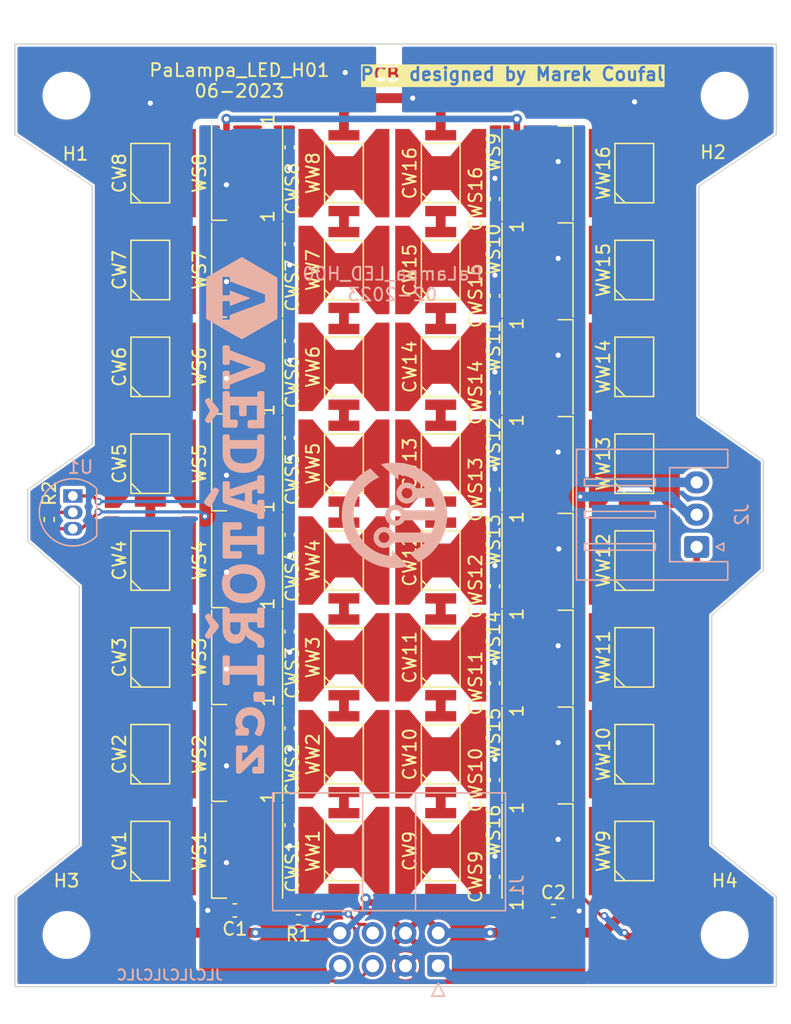
<source format=kicad_pcb>
(kicad_pcb (version 20221018) (generator pcbnew)
  (layers (0 "F.Cu" signal) (31 "B.Cu" signal) (34 "B.Paste" user) (35 "F.Paste" user) (36 "B.SilkS" user "B.Silkscreen") (37 "F.SilkS" user "F.Silkscreen") (38 "B.Mask" user) (39 "F.Mask" user) (44 "Edge.Cuts" user))
  (net 0 "")
  (net 1 "COLD_CATHODE")
  (net 2 "Net-(CW1-A)")
  (net 4 "Net-(CW2-A)")
  (net 6 "Net-(CW3-A)")
  (net 8 "Net-(CW4-A)")
  (net 10 "Net-(CW5-A)")
  (net 12 "Net-(CW6-A)")
  (net 14 "Net-(CW7-A)")
  (net 16 "COLD_ANODE")
  (net 18 "Net-(CW10-K)")
  (net 20 "Net-(CW10-A)")
  (net 22 "Net-(CW11-A)")
  (net 24 "Net-(CW12-A)")
  (net 26 "Net-(CW13-A)")
  (net 28 "Net-(CW14-A)")
  (net 30 "Net-(CW15-A)")
  (net 33 "+5V")
  (net 34 "GND")
  (net 35 "Net-(WS1-DIN)")
  (net 36 "WS_DATA")
  (net 37 "Net-(WS1-DOUT)")
  (net 38 "Net-(WS2-DOUT)")
  (net 39 "Net-(WS3-DOUT)")
  (net 40 "Net-(WS4-DOUT)")
  (net 41 "Net-(WS5-DOUT)")
  (net 42 "Net-(WS6-DOUT)")
  (net 43 "Net-(WS7-DOUT)")
  (net 44 "Net-(WS8-DOUT)")
  (net 45 "Net-(WS10-DIN)")
  (net 46 "Net-(WS10-DOUT)")
  (net 47 "Net-(WS11-DOUT)")
  (net 48 "Net-(WS12-DOUT)")
  (net 49 "Net-(WS13-DOUT)")
  (net 50 "Net-(WS14-DOUT)")
  (net 51 "Net-(WS15-DOUT)")
  (net 52 "WARM_CATHODE")
  (net 53 "Net-(J1-Pin_5)")
  (net 54 "Net-(WW1-A)")
  (net 56 "Net-(WW2-A)")
  (net 58 "Net-(WW3-A)")
  (net 60 "Net-(WW4-A)")
  (net 62 "Net-(WW5-A)")
  (net 64 "Net-(WW6-A)")
  (net 66 "Net-(WW7-A)")
  (net 67 "WARM_ANODE")
  (net 70 "Net-(WW10-K)")
  (net 72 "Net-(WW10-A)")
  (net 74 "Net-(WW11-A)")
  (net 76 "Net-(WW12-A)")
  (net 78 "Net-(WW13-A)")
  (net 80 "Net-(WW14-A)")
  (net 82 "Net-(WW15-A)")
  (net 85 "Net-(J2-Pin_1)")
  (footprint "MountingHole:MountingHole_3.2mm_M3" (layer "F.Cu") (at 4 4)
    (fp_text reference "H1")
    (fp_text value "MountingHole")
  )
  (footprint "LED_SMD:LED_WS2812B_PLCC4_5.0x5.0mm_P3.2mm" (layer "F.Cu") (at 40.5 10 90)
    (fp_text reference "WS9")
    (fp_text value "XL-5050RGBC-WS2812B")
  )
  (footprint "LED_SMD:LED_WS2812B_PLCC4_5.0x5.0mm_P3.2mm" (layer "F.Cu") (at 18 25 -90)
    (fp_text reference "WS6")
    (fp_text value "XL-5050RGBC-WS2812B")
  )
  (footprint "PaLampa_Library:HL-A-5730" (layer "F.Cu") (at 33 25 90)
    (fp_text reference "CW14")
    (fp_text value "HL-A-5730D1W-S1-08-HR3(LY)")
  )
  (footprint "PaLampa_Library:HL-A-5730" (layer "F.Cu") (at 10.5 32.5 90)
    (fp_text reference "CW5")
    (fp_text value "HL-A-5730D1W-S1-08-HR3(LY)")
  )
  (footprint "PaLampa_Library:HL-A-5730" (layer "F.Cu") (at 33 32.5 90)
    (fp_text reference "CW13")
    (fp_text value "HL-A-5730D1W-S1-08-HR3(LY)")
  )
  (footprint "PaLampa_Library:HL-A-5730" (layer "F.Cu") (at 48 55 90)
    (fp_text reference "WW10")
    (fp_text value "HL-A-5730D34W-S1-08-HR3(LY)")
  )
  (footprint "LED_SMD:LED_WS2812B_PLCC4_5.0x5.0mm_P3.2mm" (layer "F.Cu") (at 18 10 -90)
    (fp_text reference "WS8")
    (fp_text value "XL-5050RGBC-WS2812B")
  )
  (footprint "Capacitor_SMD:C_0402_1005Metric" (layer "F.Cu") (at 21.3 45.5 -90)
    (fp_text reference "CWS3")
    (fp_text value "100n")
  )
  (footprint "Capacitor_SMD:C_0402_1005Metric" (layer "F.Cu") (at 37.2 12 90)
    (fp_text reference "CWS16")
    (fp_text value "100n")
  )
  (footprint "LED_SMD:LED_WS2812B_PLCC4_5.0x5.0mm_P3.2mm" (layer "F.Cu") (at 18 47.5 -90)
    (fp_text reference "WS3")
    (fp_text value "XL-5050RGBC-WS2812B")
  )
  (footprint "MountingHole:MountingHole_3.2mm_M3" (layer "F.Cu") (at 55 69)
    (fp_text reference "H4")
    (fp_text value "MountingHole")
  )
  (footprint "PaLampa_Library:HL-A-5730" (layer "F.Cu") (at 33 17.5 90)
    (fp_text reference "CW15")
    (fp_text value "HL-A-5730D1W-S1-08-HR3(LY)")
  )
  (footprint "PaLampa_Library:HL-A-5730" (layer "F.Cu") (at 48 62.5 90)
    (fp_text reference "WW9")
    (fp_text value "HL-A-5730D34W-S1-08-HR3(LY)")
  )
  (footprint "LED_SMD:LED_WS2812B_PLCC4_5.0x5.0mm_P3.2mm" (layer "F.Cu") (at 40.5 47.5 90)
    (fp_text reference "WS14")
    (fp_text value "XL-5050RGBC-WS2812B")
  )
  (footprint "Capacitor_SMD:C_0402_1005Metric" (layer "F.Cu") (at 21.3 30.5 -90)
    (fp_text reference "CWS5")
    (fp_text value "100n")
  )
  (footprint "Resistor_SMD:R_0402_1005Metric" (layer "F.Cu") (at 21.971 67.818 180)
    (fp_text reference "R1")
    (fp_text value "470R")
  )
  (footprint "LED_SMD:LED_WS2812B_PLCC4_5.0x5.0mm_P3.2mm" (layer "F.Cu") (at 40.5 32.5 90)
    (fp_text reference "WS12")
    (fp_text value "XL-5050RGBC-WS2812B")
  )
  (footprint "LED_SMD:LED_WS2812B_PLCC4_5.0x5.0mm_P3.2mm" (layer "F.Cu") (at 40.5 25 90)
    (fp_text reference "WS11")
    (fp_text value "XL-5050RGBC-WS2812B")
  )
  (footprint "PaLampa_Library:HL-A-5730" (layer "F.Cu") (at 48 25 90)
    (fp_text reference "WW14")
    (fp_text value "HL-A-5730D34W-S1-08-HR3(LY)")
  )
  (footprint "PaLampa_Library:HL-A-5730" (layer "F.Cu") (at 25.5 10 90)
    (fp_text reference "WW8")
    (fp_text value "HL-A-5730D34W-S1-08-HR3(LY)")
  )
  (footprint "LED_SMD:LED_WS2812B_PLCC4_5.0x5.0mm_P3.2mm" (layer "F.Cu") (at 40.5 55 90)
    (fp_text reference "WS15")
    (fp_text value "XL-5050RGBC-WS2812B")
  )
  (footprint "PaLampa_Library:HL-A-5730" (layer "F.Cu") (at 33 10 90)
    (fp_text reference "CW16")
    (fp_text value "HL-A-5730D1W-S1-08-HR3(LY)")
  )
  (footprint "PaLampa_Library:HL-A-5730" (layer "F.Cu") (at 25.5 55 90)
    (fp_text reference "WW2")
    (fp_text value "HL-A-5730D34W-S1-08-HR3(LY)")
  )
  (footprint "Capacitor_SMD:C_0402_1005Metric" (layer "F.Cu") (at 21.3 15.5 -90)
    (fp_text reference "CWS7")
    (fp_text value "100n")
  )
  (footprint "LED_SMD:LED_WS2812B_PLCC4_5.0x5.0mm_P3.2mm" (layer "F.Cu") (at 18 40 -90)
    (fp_text reference "WS4")
    (fp_text value "XL-5050RGBC-WS2812B")
  )
  (footprint "LED_SMD:LED_WS2812B_PLCC4_5.0x5.0mm_P3.2mm" (layer "F.Cu") (at 18 55 -90)
    (fp_text reference "WS2")
    (fp_text value "XL-5050RGBC-WS2812B")
  )
  (footprint "Capacitor_SMD:C_0603_1608Metric" (layer "F.Cu") (at 17.05 67.1 180)
    (fp_text reference "C1")
    (fp_text value "10uF")
  )
  (footprint "LED_SMD:LED_WS2812B_PLCC4_5.0x5.0mm_P3.2mm" (layer "F.Cu") (at 40.5 17.5 90)
    (fp_text reference "WS10")
    (fp_text value "XL-5050RGBC-WS2812B")
  )
  (footprint "Capacitor_SMD:C_0402_1005Metric" (layer "F.Cu") (at 21.3 60.5 -90)
    (fp_text reference "CWS1")
    (fp_text value "100n")
  )
  (footprint "Capacitor_SMD:C_0402_1005Metric" (layer "F.Cu") (at 21.3 23 -90)
    (fp_text reference "CWS6")
    (fp_text value "100n")
  )
  (footprint "PaLampa_Library:HL-A-5730" (layer "F.Cu") (at 25.5 47.5 90)
    (fp_text reference "WW3")
    (fp_text value "HL-A-5730D34W-S1-08-HR3(LY)")
  )
  (footprint "Capacitor_SMD:C_0402_1005Metric" (layer "F.Cu") (at 37.2 27 90)
    (fp_text reference "CWS14")
    (fp_text value "100n")
  )
  (footprint "Capacitor_SMD:C_0402_1005Metric" (layer "F.Cu") (at 21.3 53 -90)
    (fp_text reference "CWS2")
    (fp_text value "100n")
  )
  (footprint "LED_SMD:LED_WS2812B_PLCC4_5.0x5.0mm_P3.2mm" (layer "F.Cu") (at 18 32.5 -90)
    (fp_text reference "WS5")
    (fp_text value "XL-5050RGBC-WS2812B")
  )
  (footprint "PaLampa_Library:HL-A-5730" (layer "F.Cu") (at 10.5 40 90)
    (fp_text reference "CW4")
    (fp_text value "HL-A-5730D1W-S1-08-HR3(LY)")
  )
  (footprint "PaLampa_Library:HL-A-5730" (layer "F.Cu") (at 33 55 90)
    (fp_text reference "CW10")
    (fp_text value "HL-A-5730D1W-S1-08-HR3(LY)")
  )
  (footprint "PaLampa_Library:HL-A-5730" (layer "F.Cu") (at 33 62.5 90)
    (fp_text reference "CW9")
    (fp_text value "HL-A-5730D1W-S1-08-HR3(LY)")
  )
  (footprint "Capacitor_SMD:C_0402_1005Metric" (layer "F.Cu") (at 37.2 57 90)
    (fp_text reference "CWS10")
    (fp_text value "100n")
  )
  (footprint "MountingHole:MountingHole_3.2mm_M3" (layer "F.Cu") (at 4 69)
    (fp_text reference "H3")
    (fp_text value "MountingHole")
  )
  (footprint "LED_SMD:LED_WS2812B_PLCC4_5.0x5.0mm_P3.2mm" (layer "F.Cu") (at 40.5 40 90)
    (fp_text reference "WS13")
    (fp_text value "XL-5050RGBC-WS2812B")
  )
  (footprint "PaLampa_Library:HL-A-5730" (layer "F.Cu") (at 10.5 47.5 90)
    (fp_text reference "CW3")
    (fp_text value "HL-A-5730D1W-S1-08-HR3(LY)")
  )
  (footprint "PaLampa_Library:HL-A-5730" (layer "F.Cu") (at 25.5 17.5 90)
    (fp_text reference "WW7")
    (fp_text value "HL-A-5730D34W-S1-08-HR3(LY)")
  )
  (footprint "LED_SMD:LED_WS2812B_PLCC4_5.0x5.0mm_P3.2mm" (layer "F.Cu") (at 18 17.5 -90)
    (fp_text reference "WS7")
    (fp_text value "XL-5050RGBC-WS2812B")
  )
  (footprint "PaLampa_Library:HL-A-5730" (layer "F.Cu") (at 10.5 25 90)
    (fp_text reference "CW6")
    (fp_text value "HL-A-5730D1W-S1-08-HR3(LY)")
  )
  (footprint "Capacitor_SMD:C_0402_1005Metric" (layer "F.Cu") (at 21.3 38 -90)
    (fp_text reference "CWS4")
    (fp_text value "100n")
  )
  (footprint "Capacitor_SMD:C_0402_1005Metric" (layer "F.Cu") (at 37.2 49.5 90)
    (fp_text reference "CWS11")
    (fp_text value "100n")
  )
  (footprint "PaLampa_Library:HL-A-5730" (layer "F.Cu") (at 48 40 90)
    (fp_text reference "WW12")
    (fp_text value "HL-A-5730D34W-S1-08-HR3(LY)")
  )
  (footprint "Capacitor_SMD:C_0402_1005Metric" (layer "F.Cu") (at 37.2 19.5 90)
    (fp_text reference "CWS15")
    (fp_text value "100n")
  )
  (footprint "Capacitor_SMD:C_0402_1005Metric" (layer "F.Cu") (at 37.2 42 90)
    (fp_text reference "CWS12")
    (fp_text value "100n")
  )
  (footprint "LED_SMD:LED_WS2812B_PLCC4_5.0x5.0mm_P3.2mm" (layer "F.Cu") (at 40.5 62.5 90)
    (fp_text reference "WS16")
    (fp_text value "XL-5050RGBC-WS2812B")
  )
  (footprint "Capacitor_SMD:C_0402_1005Metric" (layer "F.Cu") (at 21.3 8 -90)
    (fp_text reference "CWS8")
    (fp_text value "100n")
  )
  (footprint "Resistor_SMD:R_0402_1005Metric" (layer "F.Cu") (at 2.667 36.828 90)
    (fp_text reference "R2")
    (fp_text value "R")
  )
  (footprint "PaLampa_Library:HL-A-5730" (layer "F.Cu") (at 33 47.5 90)
    (fp_text reference "CW11")
    (fp_text value "HL-A-5730D1W-S1-08-HR3(LY)")
  )
  (footprint "PaLampa_Library:HL-A-5730" (layer "F.Cu") (at 25.5 40 90)
    (fp_text reference "WW4")
    (fp_text value "HL-A-5730D34W-S1-08-HR3(LY)")
  )
  (footprint "MountingHole:MountingHole_3.2mm_M3" (layer "F.Cu") (at 55 4)
    (fp_text reference "H2")
    (fp_text value "MountingHole")
  )
  (footprint "PaLampa_Library:HL-A-5730" (layer "F.Cu") (at 10.5 62.5 90)
    (fp_text reference "CW1")
    (fp_text value "HL-A-5730D1W-S1-08-HR3(LY)")
  )
  (footprint "Capacitor_SMD:C_0402_1005Metric" (layer "F.Cu") (at 37.2 34.5 90)
    (fp_text reference "CWS13")
    (fp_text value "100n")
  )
  (footprint "Capacitor_SMD:C_0402_1005Metric" (layer "F.Cu") (at 37.2 64.5 90)
    (fp_text reference "CWS9")
    (fp_text value "100n")
  )
  (footprint "PaLampa_Library:HL-A-5730" (layer "F.Cu") (at 25.5 32.5 90)
    (fp_text reference "WW5")
    (fp_text value "HL-A-5730D34W-S1-08-HR3(LY)")
  )
  (footprint "LED_SMD:LED_WS2812B_PLCC4_5.0x5.0mm_P3.2mm" (layer "F.Cu") (at 18 62.5 -90)
    (fp_text reference "WS1")
    (fp_text value "XL-5050RGBC-WS2812B")
  )
  (footprint "PaLampa_Library:HL-A-5730" (layer "F.Cu") (at 48 17.5 90)
    (fp_text reference "WW15")
    (fp_text value "HL-A-5730D34W-S1-08-HR3(LY)")
  )
  (footprint "PaLampa_Library:HL-A-5730" (layer "F.Cu") (at 33 40 90)
    (fp_text reference "CW12")
    (fp_text value "HL-A-5730D1W-S1-08-HR3(LY)")
  )
  (footprint "PaLampa_Library:HL-A-5730" (layer "F.Cu") (at 48 10 90)
    (fp_text reference "WW16")
    (fp_text value "HL-A-5730D34W-S1-08-HR3(LY)")
  )
  (footprint "PaLampa_Library:HL-A-5730" (layer "F.Cu") (at 48 32.5 90)
    (fp_text reference "WW13")
    (fp_text value "HL-A-5730D34W-S1-08-HR3(LY)")
  )
  (footprint "PaLampa_Library:HL-A-5730" (layer "F.Cu") (at 10.5 17.5 90)
    (fp_text reference "CW7")
    (fp_text value "HL-A-5730D1W-S1-08-HR3(LY)")
  )
  (footprint "PaLampa_Library:HL-A-5730" (layer "F.Cu") (at 25.5 25 90)
    (fp_text reference "WW6")
    (fp_text value "HL-A-5730D34W-S1-08-HR3(LY)")
  )
  (footprint "PaLampa_Library:HL-A-5730" (layer "F.Cu") (at 10.5 55 90)
    (fp_text reference "CW2")
    (fp_text value "HL-A-5730D1W-S1-08-HR3(LY)")
  )
  (footprint "PaLampa_Library:HL-A-5730" (layer "F.Cu") (at 25.5 62.5 90)
    (fp_text reference "WW1")
    (fp_text value "HL-A-5730D34W-S1-08-HR3(LY)")
  )
  (footprint "Capacitor_SMD:C_0603_1608Metric" (layer "F.Cu") (at 41.73 67.14)
    (fp_text reference "C2")
    (fp_text value "10uF")
  )
  (footprint "PaLampa_Library:HL-A-5730" (layer "F.Cu") (at 10.5 10 90)
    (fp_text reference "CW8")
    (fp_text value "HL-A-5730D1W-S1-08-HR3(LY)")
  )
  (footprint "PaLampa_Library:HL-A-5730" (layer "F.Cu") (at 48 47.5 90)
    (fp_text reference "WW11")
    (fp_text value "HL-A-5730D34W-S1-08-HR3(LY)")
  )
  (footprint "Package_TO_SOT_THT:TO-92_Inline" (layer "B.Cu") (at 4.5 35 -90)
    (fp_text reference "U1")
    (fp_text value "DS18B20")
  )
  (footprint "Connector_JST:JST_XH_S3B-XH-A_1x03_P2.50mm_Horizontal" (layer "B.Cu") (at 52.832 38.949 90)
    (fp_text reference "J2")
    (fp_text value "Conn_01x03")
  )
  (footprint "PaLampa_Library:Coufal_elektronika_notext_10mm" (layer "B.Cu") (at 29.5 36.5 -90)
    (fp_text reference "G1" hide)
    (fp_text value "CoufalElektronika_logo" hide)
  )
  (footprint "PaLampa_Library:VedatoriNew_40x5,7mm" (layer "B.Cu") (at 17.5 36.5 -90)
    (fp_text reference "G2" hide)
    (fp_text value "Vedatori_logo" hide)
  )
  (footprint "Connector_IDC:IDC-Header_2x04_P2.54mm_Horizontal" (layer "B.Cu") (at 32.81 71.39 90)
    (fp_text reference "J1")
    (fp_text value "Conn_02x04_Odd_Even")
  )
  (gr_line (start 5 42) (end 1 38.5) (stroke (width 0.1)) (layer "Edge.Cuts"))
  (gr_line (start 0 66) (end 5 62) (stroke (width 0.1)) (layer "Edge.Cuts"))
  (gr_line (start 58 40.75) (end 58 36.5) (stroke (width 0.1)) (layer "Edge.Cuts"))
  (gr_line (start 59 73) (end 59 66) (stroke (width 0.1)) (layer "Edge.Cuts"))
  (gr_line (start 6 31) (end 1 34.5) (stroke (width 0.1)) (layer "Edge.Cuts"))
  (gr_line (start 1 38.5) (end 1 36.5) (stroke (width 0.1)) (layer "Edge.Cuts"))
  (gr_line (start 1 34.5) (end 1 36.5) (stroke (width 0.1)) (layer "Edge.Cuts"))
  (gr_line (start 59 0) (end 59 7) (stroke (width 0.1)) (layer "Edge.Cuts"))
  (gr_line (start 54 44.25) (end 58 40.75) (stroke (width 0.1)) (layer "Edge.Cuts"))
  (gr_line (start 59 66) (end 54 62) (stroke (width 0.1)) (layer "Edge.Cuts"))
  (gr_line (start 0 0) (end 0 7) (stroke (width 0.1)) (layer "Edge.Cuts"))
  (gr_line (start 58 32.25) (end 58 36.5) (stroke (width 0.1)) (layer "Edge.Cuts"))
  (gr_line (start 59 73) (end 0 73) (stroke (width 0.1)) (layer "Edge.Cuts"))
  (gr_line (start 6 11) (end 6 31) (stroke (width 0.1)) (layer "Edge.Cuts"))
  (gr_line (start 53 11) (end 53 28.75) (stroke (width 0.1)) (layer "Edge.Cuts"))
  (gr_line (start 53 28.75) (end 58 32.25) (stroke (width 0.1)) (layer "Edge.Cuts"))
  (gr_line (start 0 7) (end 6 11) (stroke (width 0.1)) (layer "Edge.Cuts"))
  (gr_line (start 5 62) (end 5 42) (stroke (width 0.1)) (layer "Edge.Cuts"))
  (gr_line (start 0 73) (end 0 66) (stroke (width 0.1)) (layer "Edge.Cuts"))
  (gr_line (start 59 7) (end 53 11) (stroke (width 0.1)) (layer "Edge.Cuts"))
  (gr_line (start 54 62) (end 54 44.25) (stroke (width 0.1)) (layer "Edge.Cuts"))
  (gr_line (start 0 0) (end 59 0) (stroke (width 0.1)) (layer "Edge.Cuts"))
  (gr_text "JLCJLCJLCJLC" (at 12 72.1) (layer "B.SilkS") (effects (font (size 0.8 0.8)) (justify mirror)))
  (gr_text "PaLampa_LED_H00\n02-2023" (at 29.26 18.6) (layer "B.SilkS") (effects (font (size 1 1)) (justify mirror)))
  (gr_text "PCB designed by Marek Coufal" (at 26.67 2.921) (layer "F.SilkS" knockout) (effects (font (size 1 1) (thickness 0.2) bold) (justify left bottom)))
  (gr_text "PaLampa_LED_H01\n06-2023" (at 17.4 2.83) (layer "F.SilkS") (effects (font (size 1 1))))
  (segment (start 10.5 67.73) (end 10.5 65.435) (width 0.762) (layer "F.Cu") (net 1))
  (segment (start 32.505 65.435) (end 33 65.435) (width 0.508) (layer "F.Cu") (net 1))
  (segment (start 27.500056 66.49) (end 31.45 66.49) (width 0.508) (layer "F.Cu") (net 1))
  (segment (start 18.64 68.83) (end 11.64 68.83) (width 0.762) (layer "F.Cu") (net 1))
  (segment (start 31.45 66.49) (end 32.505 65.435) (width 0.508) (layer "F.Cu") (net 1))
  (segment (start 27.190189 66.180133) (end 27.500056 66.49) (width 0.508) (layer "F.Cu") (net 1))
  (segment (start 11.62 68.85) (end 10.5 67.73) (width 0.762) (layer "F.Cu") (net 1))
  (segment (start 11.64 68.83) (end 11.62 68.85) (width 0.762) (layer "F.Cu") (net 1))
  (via (at 18.64 68.83) (size 0.8) (drill 0.4) (layers "F.Cu" "B.Cu") (net 1))
  (via (at 27.190189 66.180133) (size 0.8) (drill 0.4) (layers "F.Cu" "B.Cu") (net 1))
  (segment (start 18.64 68.83) (end 20.16 68.85) (width 0.762) (layer "B.Cu") (net 1))
  (segment (start 20.16 68.85) (end 25.19 68.85) (width 0.762) (layer "B.Cu") (net 1))
  (segment (start 27.190189 67.089811) (end 25.43 68.85) (width 0.508) (layer "B.Cu") (net 1))
  (segment (start 27.190189 66.180133) (end 27.190189 67.089811) (width 0.508) (layer "B.Cu") (net 1))
  (segment (start 10.5 59.565) (end 10.5 57.935) (width 0.762) (layer "F.Cu") (net 2))
  (segment (start 10.5 52.065) (end 10.5 50.435) (width 0.762) (layer "F.Cu") (net 4))
  (segment (start 10.5 44.565) (end 10.5 42.935) (width 0.762) (layer "F.Cu") (net 6))
  (segment (start 10.5 37.065) (end 10.5 35.435) (width 0.762) (layer "F.Cu") (net 8))
  (segment (start 10.5 29.565) (end 10.5 27.935) (width 0.762) (layer "F.Cu") (net 10))
  (segment (start 10.5 22.065) (end 10.5 20.435) (width 0.762) (layer "F.Cu") (net 12))
  (segment (start 10.5 14.565) (end 10.5 12.935) (width 0.762) (layer "F.Cu") (net 14))
  (segment (start 33 4.6) (end 33.02 4.58) (width 0.762) (layer "F.Cu") (net 16))
  (segment (start 33.02 4.58) (end 30.65 2.21) (width 0.762) (layer "F.Cu") (net 16))
  (segment (start 10.5 7.065) (end 10.5 5.2) (width 0.762) (layer "F.Cu") (net 16))
  (segment (start 30.65 2.21) (end 25.6 2.21) (width 0.762) (layer "F.Cu") (net 16))
  (segment (start 10.5 5.2) (end 10.5 4.58) (width 0.762) (layer "F.Cu") (net 16))
  (segment (start 33 7.065) (end 33 5.15) (width 0.762) (layer "F.Cu") (net 16))
  (segment (start 33 5.15) (end 33 4.6) (width 0.762) (layer "F.Cu") (net 16))
  (via (at 25.6 2.21) (size 0.8) (drill 0.4) (layers "F.Cu" "B.Cu") (net 16))
  (via (at 10.5 4.58) (size 0.8) (drill 0.4) (layers "F.Cu" "B.Cu") (net 16))
  (segment (start 25.19 71.39) (end 24.42 72.16) (width 0.762) (layer "B.Cu") (net 16))
  (segment (start 24.42 72.16) (end 13.4 72.16) (width 0.762) (layer "B.Cu") (net 16))
  (segment (start 33 57.935) (end 33 59.565) (width 0.762) (layer "F.Cu") (net 18))
  (segment (start 33 50.435) (end 33 52.065) (width 0.762) (layer "F.Cu") (net 20))
  (segment (start 33 44.565) (end 33 42.935) (width 0.762) (layer "F.Cu") (net 22))
  (segment (start 33 35.435) (end 33 37.065) (width 0.762) (layer "F.Cu") (net 24))
  (segment (start 33 27.935) (end 33 29.565) (width 0.762) (layer "F.Cu") (net 26))
  (segment (start 33 20.435) (end 33 22.065) (width 0.762) (layer "F.Cu") (net 28))
  (segment (start 33 12.935) (end 33 14.565) (width 0.762) (layer "F.Cu") (net 30))
  (segment (start 4.5 37.54) (end 5.169575 37.54) (width 0.25) (layer "F.Cu") (net 33))
  (segment (start 5.169575 37.54) (end 6.477074 36.232501) (width 0.25) (layer "F.Cu") (net 33))
  (segment (start 2.869 37.54) (end 2.667 37.338) (width 0.25) (layer "F.Cu") (net 33))
  (segment (start 4.5 37.54) (end 2.869 37.54) (width 0.25) (layer "F.Cu") (net 33))
  (via (at 6.477074 36.232501) (size 0.6) (drill 0.3) (layers "F.Cu" "B.Cu") (net 33))
  (via (at 43.815 35.052) (size 0.6) (drill 0.3) (layers "F.Cu" "B.Cu") (net 33))
  (via (at 14.732 36.576) (size 0.6) (drill 0.3) (layers "F.Cu" "B.Cu") (net 33))
  (segment (start 50.8 35.052) (end 43.815 35.052) (width 0.762) (layer "B.Cu") (net 33))
  (segment (start 14.388501 36.232501) (end 14.732 36.576) (width 0.25) (layer "B.Cu") (net 33))
  (segment (start 52.832 36.449) (end 52.197 36.449) (width 0.762) (layer "B.Cu") (net 33))
  (segment (start 6.477074 36.232501) (end 14.388501 36.232501) (width 0.25) (layer "B.Cu") (net 33))
  (segment (start 52.197 36.449) (end 50.8 35.052) (width 0.762) (layer "B.Cu") (net 33))
  (segment (start 21.3 15.98) (end 21.3 17.1) (width 0.508) (layer "F.Cu") (net 34))
  (segment (start 42.505 67.14) (end 43.73 67.14) (width 0.762) (layer "F.Cu") (net 34))
  (segment (start 21.3 60.98) (end 21.3 62.1) (width 0.508) (layer "F.Cu") (net 34))
  (segment (start 16.4 49.95) (end 16.4 48.4) (width 0.508) (layer "F.Cu") (net 34))
  (segment (start 6.0425 35) (end 6.4755 35.433) (width 0.25) (layer "F.Cu") (net 34))
  (segment (start 21.3 30.98) (end 21.3 32.1) (width 0.508) (layer "F.Cu") (net 34))
  (segment (start 21.3 53.48) (end 21.3 54.6) (width 0.508) (layer "F.Cu") (net 34))
  (segment (start 16.4 64.95) (end 16.4 63.4) (width 0.508) (layer "F.Cu") (net 34))
  (segment (start 37.2 34.02) (end 37.2 32.9) (width 0.508) (layer "F.Cu") (net 34))
  (segment (start 16.4 57.45) (end 16.4 55.9) (width 0.508) (layer "F.Cu") (net 34))
  (segment (start 37.2 49.02) (end 37.2 47.9) (width 0.508) (layer "F.Cu") (net 34))
  (segment (start 42.1 45.05) (end 42.1 46.6) (width 0.508) (layer "F.Cu") (net 34))
  (segment (start 37.2 56.52) (end 37.2 55.4) (width 0.508) (layer "F.Cu") (net 34))
  (segment (start 42.1 22.55) (end 42.1 24.1) (width 0.508) (layer "F.Cu") (net 34))
  (segment (start 37.2 19.02) (end 37.2 17.9) (width 0.508) (layer "F.Cu") (net 34))
  (segment (start 21.3 8.48) (end 21.3 9.6) (width 0.508) (layer "F.Cu") (net 34))
  (segment (start 4.5 35) (end 6.0425 35) (width 0.25) (layer "F.Cu") (net 34))
  (segment (start 37.2 41.52) (end 37.2 40.4) (width 0.508) (layer "F.Cu") (net 34))
  (segment (start 37.2 26.52) (end 37.2 25.4) (width 0.508) (layer "F.Cu") (net 34))
  (segment (start 37.2 64.02) (end 37.2 62.9) (width 0.508) (layer "F.Cu") (net 34))
  (segment (start 42.1 60.05) (end 42.1 61.6) (width 0.508) (layer "F.Cu") (net 34))
  (segment (start 42.1 52.55) (end 42.1 54.1) (width 0.508) (layer "F.Cu") (net 34))
  (segment (start 42.1 15.05) (end 42.1 16.6) (width 0.508) (layer "F.Cu") (net 34))
  (segment (start 21.3 38.48) (end 21.3 39.6) (width 0.508) (layer "F.Cu") (net 34))
  (segment (start 21.3 23.48) (end 21.3 24.5) (width 0.508) (layer "F.Cu") (net 34))
  (segment (start 16.275 67.1) (end 14.95 67.1) (width 0.762) (layer "F.Cu") (net 34))
  (segment (start 16.4 12.45) (end 16.4 10.9) (width 0.508) (layer "F.Cu") (net 34))
  (segment (start 21.3 45.98) (end 21.3 47.1) (width 0.508) (layer "F.Cu") (net 34))
  (segment (start 16.4 27.45) (end 16.4 25.9) (width 0.508) (layer "F.Cu") (net 34))
  (segment (start 42.1 37.55) (end 42.1 39.05) (width 0.508) (layer "F.Cu") (net 34))
  (segment (start 42.1 30.05) (end 42.1 31.6) (width 0.508) (layer "F.Cu") (net 34))
  (segment (start 16.4 19.95) (end 16.4 18.4) (width 0.508) (layer "F.Cu") (net 34))
  (segment (start 37.2 11.52) (end 37.2 10.4) (width 0.508) (layer "F.Cu") (net 34))
  (segment (start 16.4 34.95) (end 16.4 33.4) (width 0.508) (layer "F.Cu") (net 34))
  (segment (start 42.1 39.05) (end 42.15 39.1) (width 0.508) (layer "F.Cu") (net 34))
  (segment (start 16.4 42.45) (end 16.4 40.9) (width 0.508) (layer "F.Cu") (net 34))
  (segment (start 42.1 7.55) (end 42.1 9.1) (width 0.508) (layer "F.Cu") (net 34))
  (via (at 21.3 32.1) (size 0.8) (drill 0.4) (layers "F.Cu" "B.Cu") (net 34))
  (via (at 37.2 55.4) (size 0.8) (drill 0.4) (layers "F.Cu" "B.Cu") (net 34))
  (via (at 37.2 10.4) (size 0.8) (drill 0.4) (layers "F.Cu" "B.Cu") (net 34))
  (via (at 6.4755 35.433) (size 0.6) (drill 0.3) (layers "F.Cu" "B.Cu") (net 34))
  (via (at 42.1 16.6) (size 0.8) (drill 0.4) (layers "F.Cu" "B.Cu") (net 34))
  (via (at 37.2 47.9) (size 0.8) (drill 0.4) (layers "F.Cu" "B.Cu") (net 34))
  (via (at 21.3 47.1) (size 0.8) (drill 0.4) (layers "F.Cu" "B.Cu") (net 34))
  (via (at 42.1 9.1) (size 0.8) (drill 0.4) (layers "F.Cu" "B.Cu") (net 34))
  (via (at 16.4 25.9) (size 0.8) (drill 0.4) (layers "F.Cu" "B.Cu") (net 34))
  (via (at 37.2 40.4) (size 0.8) (drill 0.4) (layers "F.Cu" "B.Cu") (net 34))
  (via (at 42.1 54.1) (size 0.8) (drill 0.4) (layers "F.Cu" "B.Cu") (net 34))
  (via (at 37.2 62.9) (size 0.8) (drill 0.4) (layers "F.Cu" "B.Cu") (net 34))
  (via (at 16.4 55.9) (size 0.8) (drill 0.4) (layers "F.Cu" "B.Cu") (net 34))
  (via (at 42.1 31.6) (size 0.8) (drill 0.4) (layers "F.Cu" "B.Cu") (net 34))
  (via (at 37.2 17.9) (size 0.8) (drill 0.4) (layers "F.Cu" "B.Cu") (net 34))
  (via (at 16.4 48.4) (size 0.8) (drill 0.4) (layers "F.Cu" "B.Cu") (net 34))
  (via (at 21.3 62.1) (size 0.8) (drill 0.4) (layers "F.Cu" "B.Cu") (net 34))
  (via (at 16.4 63.4) (size 0.8) (drill 0.4) (layers "F.Cu" "B.Cu") (net 34))
  (via (at 16.4 10.9) (size 0.8) (drill 0.4) (layers "F.Cu" "B.Cu") (net 34))
  (via (at 37.2 25.4) (size 0.8) (drill 0.4) (layers "F.Cu" "B.Cu") (net 34))
  (via (at 21.3 17.1) (size 0.8) (drill 0.4) (layers "F.Cu" "B.Cu") (net 34))
  (via (at 16.4 18.4) (size 0.8) (drill 0.4) (layers "F.Cu" "B.Cu") (net 34))
  (via (at 42.1 61.6) (size 0.8) (drill 0.4) (layers "F.Cu" "B.Cu") (net 34))
  (via (at 16.4 33.4) (size 0.8) (drill 0.4) (layers "F.Cu" "B.Cu") (net 34))
  (via (at 42.15 39.1) (size 0.8) (drill 0.4) (layers "F.Cu" "B.Cu") (net 34))
  (via (at 42.1 46.6) (size 0.8) (drill 0.4) (layers "F.Cu" "B.Cu") (net 34))
  (via (at 42.1 24.1) (size 0.8) (drill 0.4) (layers "F.Cu" "B.Cu") (net 34))
  (via (at 37.2 32.9) (size 0.8) (drill 0.4) (layers "F.Cu" "B.Cu") (net 34))
  (via (at 21.3 39.6) (size 0.8) (drill 0.4) (layers "F.Cu" "B.Cu") (net 34))
  (via (at 14.95 67.1) (size 0.8) (drill 0.4) (layers "F.Cu" "B.Cu") (net 34))
  (via (at 21.3 9.6) (size 0.8) (drill 0.4) (layers "F.Cu" "B.Cu") (net 34))
  (via (at 21.3 54.6) (size 0.8) (drill 0.4) (layers "F.Cu" "B.Cu") (net 34))
  (via (at 43.73 67.14) (size 0.8) (drill 0.4) (layers "F.Cu" "B.Cu") (net 34))
  (via (at 16.4 40.9) (size 0.8) (drill 0.4) (layers "F.Cu" "B.Cu") (net 34))
  (via (at 21.3 24.5) (size 0.8) (drill 0.4) (layers "F.Cu" "B.Cu") (net 34))
  (segment (start 43.902 33.949) (end 43.902 33.869) (width 0.762) (layer "B.Cu") (net 34))
  (segment (start 43.902 33.869) (end 43.561 33.528) (width 0.762) (layer "B.Cu") (net 34))
  (segment (start 52.832 33.949) (end 43.902 33.949) (width 0.762) (layer "B.Cu") (net 34))
  (segment (start 6.4755 35.433) (end 14.732 35.433) (width 0.25) (layer "B.Cu") (net 34))
  (segment (start 21.336 67.818) (end 19.6 66.082) (width 0.254) (layer "F.Cu") (net 35))
  (segment (start 21.461 67.818) (end 21.336 67.818) (width 0.254) (layer "F.Cu") (net 35))
  (segment (start 19.6 66.082) (end 19.6 64.95) (width 0.254) (layer "F.Cu") (net 35))
  (segment (start 27.15916 68.18645) (end 27.15916 68.27916) (width 0.254) (layer "F.Cu") (net 36))
  (segment (start 26.65745 68.18645) (end 25.842694 67.371694) (width 0.254) (layer "F.Cu") (net 36))
  (segment (start 22.481 67.818) (end 23.241 67.818) (width 0.254) (layer "F.Cu") (net 36))
  (segment (start 27.15916 68.27916) (end 27.73 68.85) (width 0.254) (layer "F.Cu") (net 36))
  (segment (start 23.241 67.818) (end 23.495 67.564) (width 0.254) (layer "F.Cu") (net 36))
  (segment (start 27.15916 68.18645) (end 26.65745 68.18645) (width 0.254) (layer "F.Cu") (net 36))
  (via (at 25.842694 67.371694) (size 0.6) (drill 0.3) (layers "F.Cu" "B.Cu") (net 36))
  (via (at 23.495 67.564) (size 0.6) (drill 0.3) (layers "F.Cu" "B.Cu") (net 36))
  (segment (start 23.687306 67.371694) (end 23.495 67.564) (width 0.254) (layer "B.Cu") (net 36))
  (segment (start 25.842694 67.371694) (end 23.687306 67.371694) (width 0.254) (layer "B.Cu") (net 36))
  (segment (start 19.6 57.45) (end 19.6 57.7) (width 0.508) (layer "F.Cu") (net 37))
  (segment (start 18.5 58.8) (end 17.5 58.8) (width 0.508) (layer "F.Cu") (net 37))
  (segment (start 19.6 57.7) (end 18.5 58.8) (width 0.508) (layer "F.Cu") (net 37))
  (segment (start 17.5 58.8) (end 16.4 59.9) (width 0.508) (layer "F.Cu") (net 37))
  (segment (start 16.4 59.9) (end 16.4 60.05) (width 0.508) (layer "F.Cu") (net 37))
  (segment (start 18.6 51.4) (end 17.55 51.4) (width 0.508) (layer "F.Cu") (net 38))
  (segment (start 17.55 51.4) (end 16.4 52.55) (width 0.508) (layer "F.Cu") (net 38))
  (segment (start 19.6 49.95) (end 19.6 50.4) (width 0.508) (layer "F.Cu") (net 38))
  (segment (start 19.6 50.4) (end 18.6 51.4) (width 0.508) (layer "F.Cu") (net 38))
  (segment (start 19.6 42.45) (end 19.6 42.7) (width 0.508) (layer "F.Cu") (net 39))
  (segment (start 17.6 43.7) (end 16.4 44.9) (width 0.508) (layer "F.Cu") (net 39))
  (segment (start 16.4 44.9) (end 16.4 45.05) (width 0.508) (layer "F.Cu") (net 39))
  (segment (start 18.6 43.7) (end 17.6 43.7) (width 0.508) (layer "F.Cu") (net 39))
  (segment (start 19.6 42.7) (end 18.6 43.7) (width 0.508) (layer "F.Cu") (net 39))
  (segment (start 19.6 35.1) (end 19.6 34.95) (width 0.508) (layer "F.Cu") (net 40))
  (segment (start 16.4 37.3) (end 17.5 36.2) (width 0.508) (layer "F.Cu") (net 40))
  (segment (start 17.5 36.2) (end 18.5 36.2) (width 0.508) (layer "F.Cu") (net 40))
  (segment (start 18.5 36.2) (end 19.6 35.1) (width 0.508) (layer "F.Cu") (net 40))
  (segment (start 16.4 37.55) (end 16.4 37.3) (width 0.508) (layer "F.Cu") (net 40))
  (segment (start 19.6 27.7) (end 18.4 28.9) (width 0.508) (layer "F.Cu") (net 41))
  (segment (start 19.6 27.45) (end 19.6 27.7) (width 0.508) (layer "F.Cu") (net 41))
  (segment (start 17.3 28.9) (end 16.4 29.8) (width 0.508) (layer "F.Cu") (net 41))
  (segment (start 18.4 28.9) (end 17.3 28.9) (width 0.508) (layer "F.Cu") (net 41))
  (segment (start 16.4 29.8) (end 16.4 30.05) (width 0.508) (layer "F.Cu") (net 41))
  (segment (start 18.4 21.4) (end 17.4 21.4) (width 0.508) (layer "F.Cu") (net 42))
  (segment (start 17.4 21.4) (end 16.4 22.4) (width 0.508) (layer "F.Cu") (net 42))
  (segment (start 19.6 20.2) (end 18.4 21.4) (width 0.508) (layer "F.Cu") (net 42))
  (segment (start 19.6 19.95) (end 19.6 20.2) (width 0.508) (layer "F.Cu") (net 42))
  (segment (start 16.4 22.4) (end 16.4 22.55) (width 0.508) (layer "F.Cu") (net 42))
  (segment (start 19.6 12.5) (end 18.6 13.5) (width 0.508) (layer "F.Cu") (net 43))
  (segment (start 17.95 13.5) (end 16.4 15.05) (width 0.508) (layer "F.Cu") (net 43))
  (segment (start 19.6 12.45) (end 19.6 12.5) (width 0.508) (layer "F.Cu") (net 43))
  (segment (start 18.6 13.5) (end 17.95 13.5) (width 0.508) (layer "F.Cu") (net 43))
  (segment (start 38.9 5.8) (end 38.9 7.55) (width 0.508) (layer "F.Cu") (net 44))
  (segment (start 16.4 7.55) (end 16.4 5.8) (width 0.508) (layer "F.Cu") (net 44))
  (via (at 38.9 5.8) (size 0.8) (drill 0.4) (layers "F.Cu" "B.Cu") (net 44))
  (via (at 16.4 5.8) (size 0.8) (drill 0.4) (layers "F.Cu" "B.Cu") (net 44))
  (segment (start 16.4 5.8) (end 38.9 5.8) (width 0.508) (layer "B.Cu") (net 44))
  (segment (start 40.8 13.75) (end 39.7 13.75) (width 0.508) (layer "F.Cu") (net 45))
  (segment (start 39.7 13.75) (end 38.9 14.55) (width 0.508) (layer "F.Cu") (net 45))
  (segment (start 42.1 12.45) (end 40.8 13.75) (width 0.508) (layer "F.Cu") (net 45))
  (segment (start 38.9 14.55) (end 38.9 15.05) (width 0.508) (layer "F.Cu") (net 45))
  (segment (start 42.1 19.95) (end 40.85 21.2) (width 0.508) (layer "F.Cu") (net 46))
  (segment (start 38.9 22.45) (end 38.9 22.55) (width 0.508) (layer "F.Cu") (net 46))
  (segment (start 40.85 21.2) (end 40.15 21.2) (width 0.508) (layer "F.Cu") (net 46))
  (segment (start 40.15 21.2) (end 38.9 22.45) (width 0.508) (layer "F.Cu") (net 46))
  (segment (start 42.1 27.45) (end 40.8 28.75) (width 0.508) (layer "F.Cu") (net 47))
  (segment (start 38.9 29.85) (end 38.9 30.05) (width 0.508) (layer "F.Cu") (net 47))
  (segment (start 40 28.75) (end 38.9 29.85) (width 0.508) (layer "F.Cu") (net 47))
  (segment (start 40.8 28.75) (end 40 28.75) (width 0.508) (layer "F.Cu") (net 47))
  (segment (start 40.25 36.2) (end 38.9 37.55) (width 0.508) (layer "F.Cu") (net 48))
  (segment (start 42.1 34.95) (end 40.85 36.2) (width 0.508) (layer "F.Cu") (net 48))
  (segment (start 40.85 36.2) (end 40.25 36.2) (width 0.508) (layer "F.Cu") (net 48))
  (segment (start 42.1 42.45) (end 40.85 43.7) (width 0.508) (layer "F.Cu") (net 49))
  (segment (start 40.85 43.7) (end 39.9 43.7) (width 0.508) (layer "F.Cu") (net 49))
  (segment (start 38.9 44.7) (end 38.9 45.05) (width 0.508) (layer "F.Cu") (net 49))
  (segment (start 39.9 43.7) (end 38.9 44.7) (width 0.508) (layer "F.Cu") (net 49))
  (segment (start 42.1 49.95) (end 40.8 51.25) (width 0.508) (layer "F.Cu") (net 50))
  (segment (start 40.8 51.25) (end 40.1 51.25) (width 0.508) (layer "F.Cu") (net 50))
  (segment (start 38.9 52.45) (end 38.9 52.55) (width 0.508) (layer "F.Cu") (net 50))
  (segment (start 40.1 51.25) (end 38.9 52.45) (width 0.508) (layer "F.Cu") (net 50))
  (segment (start 40.75 58.8) (end 39.75 58.8) (width 0.508) (layer "F.Cu") (net 51))
  (segment (start 39.75 58.8) (end 38.9 59.65) (width 0.508) (layer "F.Cu") (net 51))
  (segment (start 38.9 59.65) (end 38.9 60.05) (width 0.508) (layer "F.Cu") (net 51))
  (segment (start 42.1 57.45) (end 40.75 58.8) (width 0.508) (layer "F.Cu") (net 51))
  (segment (start 31.398 67.198) (end 33.05 68.85) (width 0.508) (layer "F.Cu") (net 52))
  (segment (start 48 65.435) (end 48 66.44) (width 0.762) (layer "F.Cu") (net 52))
  (segment (start 36.83 68.83) (end 45.57 68.83) (width 0.762) (layer "F.Cu") (net 52))
  (segment (start 45.57 68.83) (end 45.59 68.85) (width 0.762) (layer "F.Cu") (net 52))
  (segment (start 25.5 65.435) (end 25.5 65.8) (width 0.508) (layer "F.Cu") (net 52))
  (segment (start 25.5 65.8) (end 26.898 67.198) (width 0.508) (layer "F.Cu") (net 52))
  (segment (start 26.898 67.198) (end 31.398 67.198) (width 0.508) (layer "F.Cu") (net 52))
  (segment (start 48 66.44) (end 45.59 68.85) (width 0.762) (layer "F.Cu") (net 52))
  (via (at 36.83 68.83) (size 0.8) (drill 0.4) (layers "F.Cu" "B.Cu") (net 52))
  (segment (start 36.81 68.85) (end 36.83 68.83) (width 0.762) (layer "B.Cu") (net 52))
  (segment (start 32.81 68.85) (end 36.81 68.85) (width 0.762) (layer "B.Cu") (net 52))
  (segment (start 1.651 37.846) (end 6.096 42.291) (width 0.25) (layer "F.Cu") (net 53))
  (segment (start 26.555 72.565) (end 27.73 71.39) (width 0.25) (layer "F.Cu") (net 53))
  (segment (start 2.163 36.318) (end 1.651 36.83) (width 0.25) (layer "F.Cu") (net 53))
  (segment (start 2.667 36.318) (end 2.163 36.318) (width 0.25) (layer "F.Cu") (net 53))
  (segment (start 13.002 72.565) (end 26.555 72.565) (width 0.25) (layer "F.Cu") (net 53))
  (segment (start 2.715 36.27) (end 2.667 36.318) (width 0.25) (layer "F.Cu") (net 53))
  (segment (start 6.096 42.291) (end 6.096 65.659) (width 0.25) (layer "F.Cu") (net 53))
  (segment (start 4.5 36.27) (end 2.715 36.27) (width 0.25) (layer "F.Cu") (net 53))
  (segment (start 6.096 65.659) (end 13.002 72.565) (width 0.25) (layer "F.Cu") (net 53))
  (segment (start 1.651 36.83) (end 1.651 37.846) (width 0.25) (layer "F.Cu") (net 53))
  (segment (start 25.5 57.935) (end 25.5 59.565) (width 0.762) (layer "F.Cu") (net 54))
  (segment (start 25.5 50.435) (end 25.5 52.065) (width 0.762) (layer "F.Cu") (net 56))
  (segment (start 25.5 44.565) (end 25.5 42.935) (width 0.762) (layer "F.Cu") (net 58))
  (segment (start 25.5 35.435) (end 25.5 37.065) (width 0.762) (layer "F.Cu") (net 60))
  (segment (start 25.5 27.935) (end 25.5 29.565) (width 0.762) (layer "F.Cu") (net 62))
  (segment (start 25.5 20.435) (end 25.5 22.065) (width 0.762) (layer "F.Cu") (net 64))
  (segment (start 25.5 12.935) (end 25.5 14.565) (width 0.762) (layer "F.Cu") (net 66))
  (segment (start 48 7.065) (end 48 4.5) (width 0.762) (layer "F.Cu") (net 67))
  (segment (start 26.51 4.19) (end 30.83 4.19) (width 0.762) (layer "F.Cu") (net 67))
  (segment (start 48 4.5) (end 48.02 4.48) (width 0.762) (layer "F.Cu") (net 67))
  (segment (start 25.5 7.065) (end 25.5 5.2) (width 0.762) (layer "F.Cu") (net 67))
  (segment (start 25.5 5.2) (end 26.51 4.19) (width 0.762) (layer "F.Cu") (net 67))
  (via (at 30.83 4.19) (size 0.8) (drill 0.4) (layers "F.Cu" "B.Cu") (net 67))
  (via (at 48.02 4.48) (size 0.8) (drill 0.4) (layers "F.Cu" "B.Cu") (net 67))
  (segment (start 33.78 72.2) (end 44.481 72.2) (width 0.762) (layer "B.Cu") (net 67))
  (segment (start 32.81 71.39) (end 32.97 71.39) (width 0.762) (layer "B.Cu") (net 67))
  (segment (start 32.97 71.39) (end 33.78 72.2) (width 0.762) (layer "B.Cu") (net 67))
  (segment (start 44.481 72.2) (end 44.7 72.419) (width 0.762) (layer "B.Cu") (net 67))
  (segment (start 48 59.565) (end 48 57.935) (width 0.762) (layer "F.Cu") (net 70))
  (segment (start 48 52.065) (end 48 50.435) (width 0.762) (layer "F.Cu") (net 72))
  (segment (start 48 44.565) (end 48 42.935) (width 0.762) (layer "F.Cu") (net 74))
  (segment (start 48 37.065) (end 48 35.435) (width 0.762) (layer "F.Cu") (net 76))
  (segment (start 48 29.565) (end 48 27.935) (width 0.762) (layer "F.Cu") (net 78))
  (segment (start 48 22.065) (end 48 20.435) (width 0.762) (layer "F.Cu") (net 80))
  (segment (start 48 14.565) (end 48 12.935) (width 0.762) (layer "F.Cu") (net 82))
  (segment (start 45.441984 67.519392) (end 43.708592 65.786) (width 0.254) (layer "F.Cu") (net 85))
  (segment (start 43.708592 65.786) (end 42.804 65.786) (width 0.254) (layer "F.Cu") (net 85))
  (segment (start 52.832 38.949) (end 52.832 64.77) (width 0.508) (layer "F.Cu") (net 85))
  (segment (start 52.832 64.77) (end 52.832 65.532) (width 0.508) (layer "F.Cu") (net 85))
  (segment (start 42.804 65.786) (end 42.1 65.082) (width 0.254) (layer "F.Cu") (net 85))
  (segment (start 47.498 69.088) (end 47.244 68.834) (width 0.508) (layer "F.Cu") (net 85))
  (segment (start 42.1 65.082) (end 42.1 64.95) (width 0.254) (layer "F.Cu") (net 85))
  (segment (start 49.276 69.088) (end 47.498 69.088) (width 0.508) (layer "F.Cu") (net 85))
  (segment (start 45.675392 67.519392) (end 45.441984 67.519392) (width 0.254) (layer "F.Cu") (net 85))
  (segment (start 52.832 65.532) (end 49.276 69.088) (width 0.508) (layer "F.Cu") (net 85))
  (via (at 47.244 68.834) (size 0.6) (drill 0.3) (layers "F.Cu" "B.Cu") (net 85))
  (via (at 45.675392 67.519392) (size 0.6) (drill 0.3) (layers "F.Cu" "B.Cu") (net 85))
  (segment (start 46.99 68.834) (end 45.675392 67.519392) (width 0.508) (layer "B.Cu") (net 85))
  (segment (start 47.244 68.834) (end 46.99 68.834) (width 0.508) (layer "B.Cu") (net 85))
  (zone (net 33) (net_name "+5V") (layer "F.Cu") (name "unnconnected - (CW1-Pad3)") (priority 1) (connect_pads (clearance 0.254)) (min_thickness 0.254) (fill yes (thermal_gap 0.254) (thermal_bridge_width 0.508))
    (polygon (pts (xy 44.2 66) (xy 36.8 66) (xy 36.8 6.3) (xy 44.2 6.3)))
  )
  (zone (net 33) (net_name "+5V") (layer "F.Cu") (name "unnconnected - (CW1-Pad3)") (priority 1) (connect_pads (clearance 0.254)) (min_thickness 0.254) (fill yes (thermal_gap 0.254) (thermal_bridge_width 0.508))
    (polygon (pts (xy 21.7 66) (xy 14.3 66) (xy 14.3 6.3) (xy 21.7 6.3)))
  )
  (zone (net 33) (net_name "+5V") (layer "F.Cu") (priority 1) (connect_pads (clearance 0.1778)) (min_thickness 0.1778) (fill yes (thermal_gap 0.254) (thermal_bridge_width 0.508))
    (polygon (pts (xy 44.2 73.01) (xy 14.3 73) (xy 14.3 65.86) (xy 44.2 65.84)))
  )
  (zone (net 67) (net_name "WARM_ANODE") (layer "B.Cu") (connect_pads (clearance 0.254)) (min_thickness 0.254) (fill yes (thermal_gap 0.508) (thermal_bridge_width 0.508))
    (polygon (pts (xy 59 73) (xy 30 73) (xy 30 0) (xy 59 0)))
  )
  (zone (net 16) (net_name "COLD_ANODE") (layer "B.Cu") (connect_pads (clearance 0.254)) (min_thickness 0.254) (fill yes (thermal_gap 0.508) (thermal_bridge_width 0.508))
    (polygon (pts (xy 28 73) (xy 0 73) (xy 0 0) (xy 28 0)))
  )
  (zone (net 34) (net_name "GND") (layer "B.Cu") (priority 1) (connect_pads (clearance 0.1778)) (min_thickness 0.1778) (fill yes (thermal_gap 0.254) (thermal_bridge_width 0.508))
    (polygon (pts (xy 44.2 73.01) (xy 14.3 73) (xy 14.300322 65.7796) (xy 44.200322 65.8396)))
  )
  (zone (net 34) (net_name "GND") (layer "B.Cu") (name "unnconnected - (CW1-Pad3)") (priority 1) (connect_pads (clearance 0.508)) (min_thickness 0.254) (fill yes (thermal_gap 0.508) (thermal_bridge_width 0.508))
    (polygon (pts (xy 44.2 66) (xy 36.8 66) (xy 36.8 6.3) (xy 44.2 6.3)))
  )
  (zone (net 34) (net_name "GND") (layer "B.Cu") (name "unnconnected - (CW1-Pad3)") (priority 1) (connect_pads (clearance 0.508)) (min_thickness 0.254) (fill yes (thermal_gap 0.508) (thermal_bridge_width 0.508))
    (polygon (pts (xy 21.7 66) (xy 14.3 66) (xy 14.3 6.3) (xy 21.7 6.3)))
  )
)
</source>
